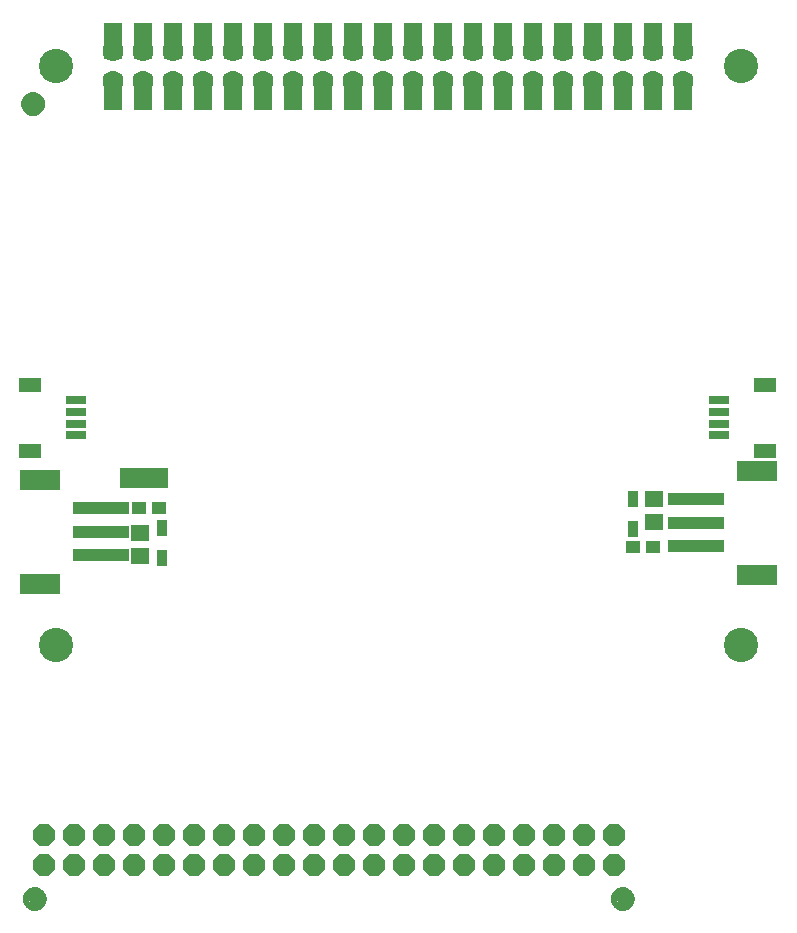
<source format=gbr>
G04 EAGLE Gerber RS-274X export*
G75*
%MOMM*%
%FSLAX34Y34*%
%LPD*%
%INSoldermask Top*%
%IPPOS*%
%AMOC8*
5,1,8,0,0,1.08239X$1,22.5*%
G01*
%ADD10C,2.901600*%
%ADD11P,2.034460X8X22.500000*%
%ADD12R,1.601600X1.341600*%
%ADD13R,4.701600X1.101600*%
%ADD14R,3.501600X1.701600*%
%ADD15R,4.165600X1.778000*%
%ADD16R,1.176600X1.101600*%
%ADD17R,0.901600X1.451600*%
%ADD18R,1.651600X0.701600*%
%ADD19R,1.901600X1.301600*%
%ADD20R,1.625600X3.149600*%
%ADD21C,1.778000*%
%ADD22C,1.101600*%
%ADD23C,0.469900*%


D10*
X35700Y733200D03*
X615600Y733200D03*
X615600Y243300D03*
X35700Y243300D03*
D11*
X25400Y82550D03*
X25400Y57150D03*
X50800Y82550D03*
X50800Y57150D03*
X76200Y82550D03*
X76200Y57150D03*
X101600Y82550D03*
X101600Y57150D03*
X127000Y82550D03*
X127000Y57150D03*
X152400Y82550D03*
X152400Y57150D03*
X177800Y82550D03*
X177800Y57150D03*
X203200Y82550D03*
X203200Y57150D03*
X228600Y82550D03*
X228600Y57150D03*
X254000Y82550D03*
X254000Y57150D03*
X279400Y82550D03*
X279400Y57150D03*
X304800Y82550D03*
X304800Y57150D03*
X330200Y82550D03*
X330200Y57150D03*
X355600Y82550D03*
X355600Y57150D03*
X381000Y82550D03*
X381000Y57150D03*
X406400Y82550D03*
X406400Y57150D03*
X431800Y82550D03*
X431800Y57150D03*
X457200Y82550D03*
X457200Y57150D03*
X482600Y82550D03*
X482600Y57150D03*
X508000Y82550D03*
X508000Y57150D03*
D12*
X107315Y337795D03*
X107315Y318795D03*
D13*
X577520Y366710D03*
X577520Y346710D03*
D14*
X629520Y390710D03*
X629520Y302710D03*
D13*
X577520Y326710D03*
X73990Y319090D03*
X73990Y339090D03*
D14*
X21990Y295090D03*
X21990Y383090D03*
D13*
X73990Y359090D03*
D15*
X110490Y384175D03*
D16*
X106435Y358775D03*
X123435Y358775D03*
X541265Y326390D03*
X524265Y326390D03*
D17*
X125730Y342265D03*
X125730Y316865D03*
X524510Y341630D03*
X524510Y367030D03*
D18*
X53080Y440610D03*
X53080Y430610D03*
X53080Y450610D03*
X53080Y420610D03*
D19*
X14080Y463610D03*
X14080Y407610D03*
D12*
X542290Y347370D03*
X542290Y366370D03*
D18*
X597160Y430610D03*
X597160Y440610D03*
X597160Y420610D03*
X597160Y450610D03*
D19*
X636160Y407610D03*
X636160Y463610D03*
D20*
X84451Y711684D03*
X84451Y754864D03*
X109851Y711684D03*
X109851Y754864D03*
X135251Y754864D03*
X135251Y711684D03*
X160651Y754864D03*
X160651Y711684D03*
X186051Y754864D03*
X186051Y711684D03*
X211451Y754864D03*
X211451Y711684D03*
X236851Y754864D03*
X236851Y711684D03*
X262251Y754864D03*
X262251Y711684D03*
X287651Y754864D03*
X287651Y711684D03*
X313051Y754864D03*
X313051Y711684D03*
X338451Y754864D03*
X338451Y711684D03*
X363851Y754864D03*
X363851Y711684D03*
X389251Y754864D03*
X389251Y711684D03*
X414651Y754864D03*
X414651Y711684D03*
X440051Y754864D03*
X440051Y711684D03*
X465451Y754864D03*
X465451Y711684D03*
X490851Y754864D03*
X490851Y711684D03*
X516251Y754864D03*
X516251Y711684D03*
X541651Y754864D03*
X541651Y711684D03*
X567051Y754864D03*
X567051Y711684D03*
D21*
X84455Y720590D03*
X84455Y745990D03*
X109855Y720590D03*
X109855Y745990D03*
X135255Y720590D03*
X135255Y745990D03*
X160655Y720590D03*
X160655Y745990D03*
X186055Y720590D03*
X186055Y745990D03*
X211455Y720590D03*
X211455Y745990D03*
X236855Y720590D03*
X236855Y745990D03*
X262255Y720590D03*
X262255Y745990D03*
X287655Y720590D03*
X287655Y745990D03*
X313055Y720590D03*
X313055Y745990D03*
X338455Y720590D03*
X338455Y745990D03*
X363855Y720590D03*
X363855Y745990D03*
X389255Y720590D03*
X389255Y745990D03*
X414655Y720590D03*
X414655Y745990D03*
X440055Y720590D03*
X440055Y745990D03*
X465455Y720590D03*
X465455Y745990D03*
X490855Y720590D03*
X490855Y745990D03*
X516255Y720590D03*
X516255Y745990D03*
X541655Y720590D03*
X541655Y745990D03*
X567055Y720590D03*
X567055Y745990D03*
D22*
X17780Y27940D03*
D23*
X17780Y35440D02*
X17599Y35438D01*
X17418Y35431D01*
X17237Y35420D01*
X17056Y35405D01*
X16876Y35385D01*
X16696Y35361D01*
X16517Y35333D01*
X16339Y35300D01*
X16162Y35263D01*
X15985Y35222D01*
X15810Y35177D01*
X15635Y35127D01*
X15462Y35073D01*
X15291Y35015D01*
X15120Y34953D01*
X14952Y34886D01*
X14785Y34816D01*
X14619Y34742D01*
X14456Y34663D01*
X14295Y34581D01*
X14135Y34495D01*
X13978Y34405D01*
X13823Y34311D01*
X13670Y34214D01*
X13520Y34112D01*
X13372Y34008D01*
X13226Y33899D01*
X13084Y33788D01*
X12944Y33672D01*
X12807Y33554D01*
X12672Y33432D01*
X12541Y33307D01*
X12413Y33179D01*
X12288Y33048D01*
X12166Y32913D01*
X12048Y32776D01*
X11932Y32636D01*
X11821Y32494D01*
X11712Y32348D01*
X11608Y32200D01*
X11506Y32050D01*
X11409Y31897D01*
X11315Y31742D01*
X11225Y31585D01*
X11139Y31425D01*
X11057Y31264D01*
X10978Y31101D01*
X10904Y30935D01*
X10834Y30768D01*
X10767Y30600D01*
X10705Y30429D01*
X10647Y30258D01*
X10593Y30085D01*
X10543Y29910D01*
X10498Y29735D01*
X10457Y29558D01*
X10420Y29381D01*
X10387Y29203D01*
X10359Y29024D01*
X10335Y28844D01*
X10315Y28664D01*
X10300Y28483D01*
X10289Y28302D01*
X10282Y28121D01*
X10280Y27940D01*
X17780Y35440D02*
X17961Y35438D01*
X18142Y35431D01*
X18323Y35420D01*
X18504Y35405D01*
X18684Y35385D01*
X18864Y35361D01*
X19043Y35333D01*
X19221Y35300D01*
X19398Y35263D01*
X19575Y35222D01*
X19750Y35177D01*
X19925Y35127D01*
X20098Y35073D01*
X20269Y35015D01*
X20440Y34953D01*
X20608Y34886D01*
X20775Y34816D01*
X20941Y34742D01*
X21104Y34663D01*
X21265Y34581D01*
X21425Y34495D01*
X21582Y34405D01*
X21737Y34311D01*
X21890Y34214D01*
X22040Y34112D01*
X22188Y34008D01*
X22334Y33899D01*
X22476Y33788D01*
X22616Y33672D01*
X22753Y33554D01*
X22888Y33432D01*
X23019Y33307D01*
X23147Y33179D01*
X23272Y33048D01*
X23394Y32913D01*
X23512Y32776D01*
X23628Y32636D01*
X23739Y32494D01*
X23848Y32348D01*
X23952Y32200D01*
X24054Y32050D01*
X24151Y31897D01*
X24245Y31742D01*
X24335Y31585D01*
X24421Y31425D01*
X24503Y31264D01*
X24582Y31101D01*
X24656Y30935D01*
X24726Y30768D01*
X24793Y30600D01*
X24855Y30429D01*
X24913Y30258D01*
X24967Y30085D01*
X25017Y29910D01*
X25062Y29735D01*
X25103Y29558D01*
X25140Y29381D01*
X25173Y29203D01*
X25201Y29024D01*
X25225Y28844D01*
X25245Y28664D01*
X25260Y28483D01*
X25271Y28302D01*
X25278Y28121D01*
X25280Y27940D01*
X25278Y27759D01*
X25271Y27578D01*
X25260Y27397D01*
X25245Y27216D01*
X25225Y27036D01*
X25201Y26856D01*
X25173Y26677D01*
X25140Y26499D01*
X25103Y26322D01*
X25062Y26145D01*
X25017Y25970D01*
X24967Y25795D01*
X24913Y25622D01*
X24855Y25451D01*
X24793Y25280D01*
X24726Y25112D01*
X24656Y24945D01*
X24582Y24779D01*
X24503Y24616D01*
X24421Y24455D01*
X24335Y24295D01*
X24245Y24138D01*
X24151Y23983D01*
X24054Y23830D01*
X23952Y23680D01*
X23848Y23532D01*
X23739Y23386D01*
X23628Y23244D01*
X23512Y23104D01*
X23394Y22967D01*
X23272Y22832D01*
X23147Y22701D01*
X23019Y22573D01*
X22888Y22448D01*
X22753Y22326D01*
X22616Y22208D01*
X22476Y22092D01*
X22334Y21981D01*
X22188Y21872D01*
X22040Y21768D01*
X21890Y21666D01*
X21737Y21569D01*
X21582Y21475D01*
X21425Y21385D01*
X21265Y21299D01*
X21104Y21217D01*
X20941Y21138D01*
X20775Y21064D01*
X20608Y20994D01*
X20440Y20927D01*
X20269Y20865D01*
X20098Y20807D01*
X19925Y20753D01*
X19750Y20703D01*
X19575Y20658D01*
X19398Y20617D01*
X19221Y20580D01*
X19043Y20547D01*
X18864Y20519D01*
X18684Y20495D01*
X18504Y20475D01*
X18323Y20460D01*
X18142Y20449D01*
X17961Y20442D01*
X17780Y20440D01*
X17599Y20442D01*
X17418Y20449D01*
X17237Y20460D01*
X17056Y20475D01*
X16876Y20495D01*
X16696Y20519D01*
X16517Y20547D01*
X16339Y20580D01*
X16162Y20617D01*
X15985Y20658D01*
X15810Y20703D01*
X15635Y20753D01*
X15462Y20807D01*
X15291Y20865D01*
X15120Y20927D01*
X14952Y20994D01*
X14785Y21064D01*
X14619Y21138D01*
X14456Y21217D01*
X14295Y21299D01*
X14135Y21385D01*
X13978Y21475D01*
X13823Y21569D01*
X13670Y21666D01*
X13520Y21768D01*
X13372Y21872D01*
X13226Y21981D01*
X13084Y22092D01*
X12944Y22208D01*
X12807Y22326D01*
X12672Y22448D01*
X12541Y22573D01*
X12413Y22701D01*
X12288Y22832D01*
X12166Y22967D01*
X12048Y23104D01*
X11932Y23244D01*
X11821Y23386D01*
X11712Y23532D01*
X11608Y23680D01*
X11506Y23830D01*
X11409Y23983D01*
X11315Y24138D01*
X11225Y24295D01*
X11139Y24455D01*
X11057Y24616D01*
X10978Y24779D01*
X10904Y24945D01*
X10834Y25112D01*
X10767Y25280D01*
X10705Y25451D01*
X10647Y25622D01*
X10593Y25795D01*
X10543Y25970D01*
X10498Y26145D01*
X10457Y26322D01*
X10420Y26499D01*
X10387Y26677D01*
X10359Y26856D01*
X10335Y27036D01*
X10315Y27216D01*
X10300Y27397D01*
X10289Y27578D01*
X10282Y27759D01*
X10280Y27940D01*
D22*
X16510Y701040D03*
D23*
X16510Y708540D02*
X16329Y708538D01*
X16148Y708531D01*
X15967Y708520D01*
X15786Y708505D01*
X15606Y708485D01*
X15426Y708461D01*
X15247Y708433D01*
X15069Y708400D01*
X14892Y708363D01*
X14715Y708322D01*
X14540Y708277D01*
X14365Y708227D01*
X14192Y708173D01*
X14021Y708115D01*
X13850Y708053D01*
X13682Y707986D01*
X13515Y707916D01*
X13349Y707842D01*
X13186Y707763D01*
X13025Y707681D01*
X12865Y707595D01*
X12708Y707505D01*
X12553Y707411D01*
X12400Y707314D01*
X12250Y707212D01*
X12102Y707108D01*
X11956Y706999D01*
X11814Y706888D01*
X11674Y706772D01*
X11537Y706654D01*
X11402Y706532D01*
X11271Y706407D01*
X11143Y706279D01*
X11018Y706148D01*
X10896Y706013D01*
X10778Y705876D01*
X10662Y705736D01*
X10551Y705594D01*
X10442Y705448D01*
X10338Y705300D01*
X10236Y705150D01*
X10139Y704997D01*
X10045Y704842D01*
X9955Y704685D01*
X9869Y704525D01*
X9787Y704364D01*
X9708Y704201D01*
X9634Y704035D01*
X9564Y703868D01*
X9497Y703700D01*
X9435Y703529D01*
X9377Y703358D01*
X9323Y703185D01*
X9273Y703010D01*
X9228Y702835D01*
X9187Y702658D01*
X9150Y702481D01*
X9117Y702303D01*
X9089Y702124D01*
X9065Y701944D01*
X9045Y701764D01*
X9030Y701583D01*
X9019Y701402D01*
X9012Y701221D01*
X9010Y701040D01*
X16510Y708540D02*
X16691Y708538D01*
X16872Y708531D01*
X17053Y708520D01*
X17234Y708505D01*
X17414Y708485D01*
X17594Y708461D01*
X17773Y708433D01*
X17951Y708400D01*
X18128Y708363D01*
X18305Y708322D01*
X18480Y708277D01*
X18655Y708227D01*
X18828Y708173D01*
X18999Y708115D01*
X19170Y708053D01*
X19338Y707986D01*
X19505Y707916D01*
X19671Y707842D01*
X19834Y707763D01*
X19995Y707681D01*
X20155Y707595D01*
X20312Y707505D01*
X20467Y707411D01*
X20620Y707314D01*
X20770Y707212D01*
X20918Y707108D01*
X21064Y706999D01*
X21206Y706888D01*
X21346Y706772D01*
X21483Y706654D01*
X21618Y706532D01*
X21749Y706407D01*
X21877Y706279D01*
X22002Y706148D01*
X22124Y706013D01*
X22242Y705876D01*
X22358Y705736D01*
X22469Y705594D01*
X22578Y705448D01*
X22682Y705300D01*
X22784Y705150D01*
X22881Y704997D01*
X22975Y704842D01*
X23065Y704685D01*
X23151Y704525D01*
X23233Y704364D01*
X23312Y704201D01*
X23386Y704035D01*
X23456Y703868D01*
X23523Y703700D01*
X23585Y703529D01*
X23643Y703358D01*
X23697Y703185D01*
X23747Y703010D01*
X23792Y702835D01*
X23833Y702658D01*
X23870Y702481D01*
X23903Y702303D01*
X23931Y702124D01*
X23955Y701944D01*
X23975Y701764D01*
X23990Y701583D01*
X24001Y701402D01*
X24008Y701221D01*
X24010Y701040D01*
X24008Y700859D01*
X24001Y700678D01*
X23990Y700497D01*
X23975Y700316D01*
X23955Y700136D01*
X23931Y699956D01*
X23903Y699777D01*
X23870Y699599D01*
X23833Y699422D01*
X23792Y699245D01*
X23747Y699070D01*
X23697Y698895D01*
X23643Y698722D01*
X23585Y698551D01*
X23523Y698380D01*
X23456Y698212D01*
X23386Y698045D01*
X23312Y697879D01*
X23233Y697716D01*
X23151Y697555D01*
X23065Y697395D01*
X22975Y697238D01*
X22881Y697083D01*
X22784Y696930D01*
X22682Y696780D01*
X22578Y696632D01*
X22469Y696486D01*
X22358Y696344D01*
X22242Y696204D01*
X22124Y696067D01*
X22002Y695932D01*
X21877Y695801D01*
X21749Y695673D01*
X21618Y695548D01*
X21483Y695426D01*
X21346Y695308D01*
X21206Y695192D01*
X21064Y695081D01*
X20918Y694972D01*
X20770Y694868D01*
X20620Y694766D01*
X20467Y694669D01*
X20312Y694575D01*
X20155Y694485D01*
X19995Y694399D01*
X19834Y694317D01*
X19671Y694238D01*
X19505Y694164D01*
X19338Y694094D01*
X19170Y694027D01*
X18999Y693965D01*
X18828Y693907D01*
X18655Y693853D01*
X18480Y693803D01*
X18305Y693758D01*
X18128Y693717D01*
X17951Y693680D01*
X17773Y693647D01*
X17594Y693619D01*
X17414Y693595D01*
X17234Y693575D01*
X17053Y693560D01*
X16872Y693549D01*
X16691Y693542D01*
X16510Y693540D01*
X16329Y693542D01*
X16148Y693549D01*
X15967Y693560D01*
X15786Y693575D01*
X15606Y693595D01*
X15426Y693619D01*
X15247Y693647D01*
X15069Y693680D01*
X14892Y693717D01*
X14715Y693758D01*
X14540Y693803D01*
X14365Y693853D01*
X14192Y693907D01*
X14021Y693965D01*
X13850Y694027D01*
X13682Y694094D01*
X13515Y694164D01*
X13349Y694238D01*
X13186Y694317D01*
X13025Y694399D01*
X12865Y694485D01*
X12708Y694575D01*
X12553Y694669D01*
X12400Y694766D01*
X12250Y694868D01*
X12102Y694972D01*
X11956Y695081D01*
X11814Y695192D01*
X11674Y695308D01*
X11537Y695426D01*
X11402Y695548D01*
X11271Y695673D01*
X11143Y695801D01*
X11018Y695932D01*
X10896Y696067D01*
X10778Y696204D01*
X10662Y696344D01*
X10551Y696486D01*
X10442Y696632D01*
X10338Y696780D01*
X10236Y696930D01*
X10139Y697083D01*
X10045Y697238D01*
X9955Y697395D01*
X9869Y697555D01*
X9787Y697716D01*
X9708Y697879D01*
X9634Y698045D01*
X9564Y698212D01*
X9497Y698380D01*
X9435Y698551D01*
X9377Y698722D01*
X9323Y698895D01*
X9273Y699070D01*
X9228Y699245D01*
X9187Y699422D01*
X9150Y699599D01*
X9117Y699777D01*
X9089Y699956D01*
X9065Y700136D01*
X9045Y700316D01*
X9030Y700497D01*
X9019Y700678D01*
X9012Y700859D01*
X9010Y701040D01*
D22*
X515620Y27940D03*
D23*
X515620Y35440D02*
X515439Y35438D01*
X515258Y35431D01*
X515077Y35420D01*
X514896Y35405D01*
X514716Y35385D01*
X514536Y35361D01*
X514357Y35333D01*
X514179Y35300D01*
X514002Y35263D01*
X513825Y35222D01*
X513650Y35177D01*
X513475Y35127D01*
X513302Y35073D01*
X513131Y35015D01*
X512960Y34953D01*
X512792Y34886D01*
X512625Y34816D01*
X512459Y34742D01*
X512296Y34663D01*
X512135Y34581D01*
X511975Y34495D01*
X511818Y34405D01*
X511663Y34311D01*
X511510Y34214D01*
X511360Y34112D01*
X511212Y34008D01*
X511066Y33899D01*
X510924Y33788D01*
X510784Y33672D01*
X510647Y33554D01*
X510512Y33432D01*
X510381Y33307D01*
X510253Y33179D01*
X510128Y33048D01*
X510006Y32913D01*
X509888Y32776D01*
X509772Y32636D01*
X509661Y32494D01*
X509552Y32348D01*
X509448Y32200D01*
X509346Y32050D01*
X509249Y31897D01*
X509155Y31742D01*
X509065Y31585D01*
X508979Y31425D01*
X508897Y31264D01*
X508818Y31101D01*
X508744Y30935D01*
X508674Y30768D01*
X508607Y30600D01*
X508545Y30429D01*
X508487Y30258D01*
X508433Y30085D01*
X508383Y29910D01*
X508338Y29735D01*
X508297Y29558D01*
X508260Y29381D01*
X508227Y29203D01*
X508199Y29024D01*
X508175Y28844D01*
X508155Y28664D01*
X508140Y28483D01*
X508129Y28302D01*
X508122Y28121D01*
X508120Y27940D01*
X515620Y35440D02*
X515801Y35438D01*
X515982Y35431D01*
X516163Y35420D01*
X516344Y35405D01*
X516524Y35385D01*
X516704Y35361D01*
X516883Y35333D01*
X517061Y35300D01*
X517238Y35263D01*
X517415Y35222D01*
X517590Y35177D01*
X517765Y35127D01*
X517938Y35073D01*
X518109Y35015D01*
X518280Y34953D01*
X518448Y34886D01*
X518615Y34816D01*
X518781Y34742D01*
X518944Y34663D01*
X519105Y34581D01*
X519265Y34495D01*
X519422Y34405D01*
X519577Y34311D01*
X519730Y34214D01*
X519880Y34112D01*
X520028Y34008D01*
X520174Y33899D01*
X520316Y33788D01*
X520456Y33672D01*
X520593Y33554D01*
X520728Y33432D01*
X520859Y33307D01*
X520987Y33179D01*
X521112Y33048D01*
X521234Y32913D01*
X521352Y32776D01*
X521468Y32636D01*
X521579Y32494D01*
X521688Y32348D01*
X521792Y32200D01*
X521894Y32050D01*
X521991Y31897D01*
X522085Y31742D01*
X522175Y31585D01*
X522261Y31425D01*
X522343Y31264D01*
X522422Y31101D01*
X522496Y30935D01*
X522566Y30768D01*
X522633Y30600D01*
X522695Y30429D01*
X522753Y30258D01*
X522807Y30085D01*
X522857Y29910D01*
X522902Y29735D01*
X522943Y29558D01*
X522980Y29381D01*
X523013Y29203D01*
X523041Y29024D01*
X523065Y28844D01*
X523085Y28664D01*
X523100Y28483D01*
X523111Y28302D01*
X523118Y28121D01*
X523120Y27940D01*
X523118Y27759D01*
X523111Y27578D01*
X523100Y27397D01*
X523085Y27216D01*
X523065Y27036D01*
X523041Y26856D01*
X523013Y26677D01*
X522980Y26499D01*
X522943Y26322D01*
X522902Y26145D01*
X522857Y25970D01*
X522807Y25795D01*
X522753Y25622D01*
X522695Y25451D01*
X522633Y25280D01*
X522566Y25112D01*
X522496Y24945D01*
X522422Y24779D01*
X522343Y24616D01*
X522261Y24455D01*
X522175Y24295D01*
X522085Y24138D01*
X521991Y23983D01*
X521894Y23830D01*
X521792Y23680D01*
X521688Y23532D01*
X521579Y23386D01*
X521468Y23244D01*
X521352Y23104D01*
X521234Y22967D01*
X521112Y22832D01*
X520987Y22701D01*
X520859Y22573D01*
X520728Y22448D01*
X520593Y22326D01*
X520456Y22208D01*
X520316Y22092D01*
X520174Y21981D01*
X520028Y21872D01*
X519880Y21768D01*
X519730Y21666D01*
X519577Y21569D01*
X519422Y21475D01*
X519265Y21385D01*
X519105Y21299D01*
X518944Y21217D01*
X518781Y21138D01*
X518615Y21064D01*
X518448Y20994D01*
X518280Y20927D01*
X518109Y20865D01*
X517938Y20807D01*
X517765Y20753D01*
X517590Y20703D01*
X517415Y20658D01*
X517238Y20617D01*
X517061Y20580D01*
X516883Y20547D01*
X516704Y20519D01*
X516524Y20495D01*
X516344Y20475D01*
X516163Y20460D01*
X515982Y20449D01*
X515801Y20442D01*
X515620Y20440D01*
X515439Y20442D01*
X515258Y20449D01*
X515077Y20460D01*
X514896Y20475D01*
X514716Y20495D01*
X514536Y20519D01*
X514357Y20547D01*
X514179Y20580D01*
X514002Y20617D01*
X513825Y20658D01*
X513650Y20703D01*
X513475Y20753D01*
X513302Y20807D01*
X513131Y20865D01*
X512960Y20927D01*
X512792Y20994D01*
X512625Y21064D01*
X512459Y21138D01*
X512296Y21217D01*
X512135Y21299D01*
X511975Y21385D01*
X511818Y21475D01*
X511663Y21569D01*
X511510Y21666D01*
X511360Y21768D01*
X511212Y21872D01*
X511066Y21981D01*
X510924Y22092D01*
X510784Y22208D01*
X510647Y22326D01*
X510512Y22448D01*
X510381Y22573D01*
X510253Y22701D01*
X510128Y22832D01*
X510006Y22967D01*
X509888Y23104D01*
X509772Y23244D01*
X509661Y23386D01*
X509552Y23532D01*
X509448Y23680D01*
X509346Y23830D01*
X509249Y23983D01*
X509155Y24138D01*
X509065Y24295D01*
X508979Y24455D01*
X508897Y24616D01*
X508818Y24779D01*
X508744Y24945D01*
X508674Y25112D01*
X508607Y25280D01*
X508545Y25451D01*
X508487Y25622D01*
X508433Y25795D01*
X508383Y25970D01*
X508338Y26145D01*
X508297Y26322D01*
X508260Y26499D01*
X508227Y26677D01*
X508199Y26856D01*
X508175Y27036D01*
X508155Y27216D01*
X508140Y27397D01*
X508129Y27578D01*
X508122Y27759D01*
X508120Y27940D01*
M02*

</source>
